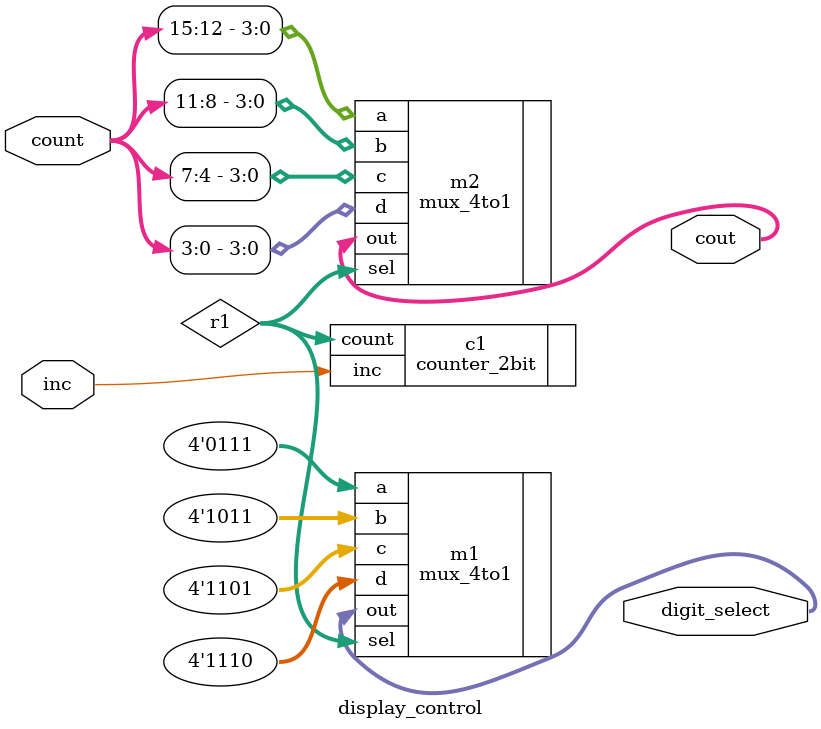
<source format=v>
`timescale 1ns / 1ps


module display_control(
    input /*clk, */  inc,
    input [15:0] count,
    output [3:0] digit_select,
    output [3:0] cout
    );
    wire [1:0] r1;
    counter_2bit c1(/*.clk(clk), */.inc(inc), .count(r1));
    mux_4to1 m1(.a(4'b0111), .b(4'b1011), .c(4'b1101), .d(4'b1110), .sel(r1), .out(digit_select));
    mux_4to1 m2(.a(count[15:12]), .b(count[11:8]), .c(count[7:4]), .d(count[3:0]), .sel(r1), .out(cout));
endmodule

</source>
